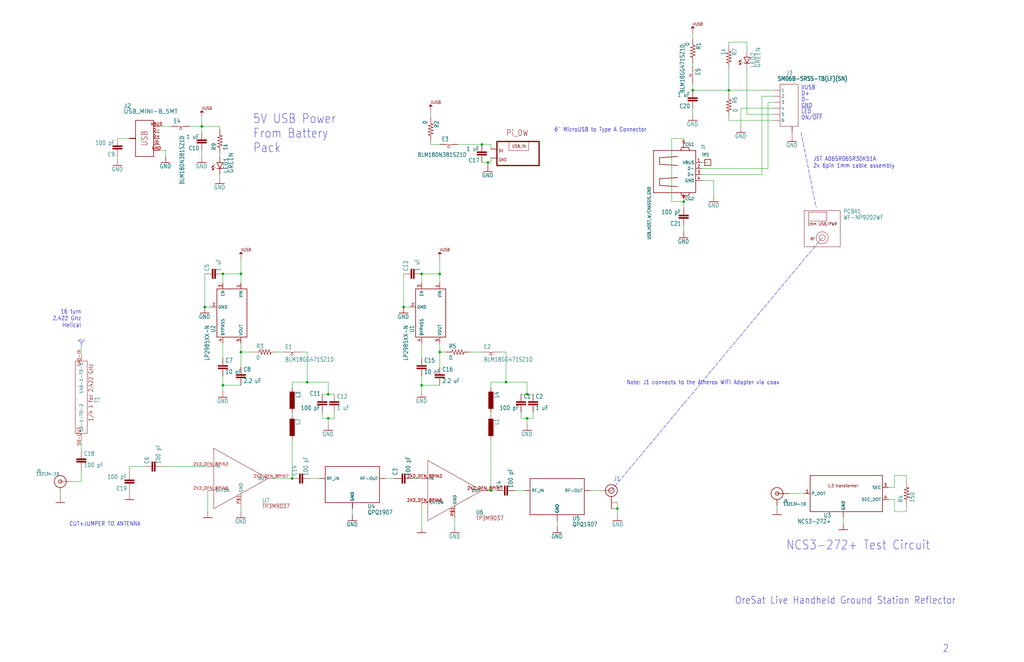
<source format=kicad_sch>
(kicad_sch (version 20211123) (generator eeschema)
  (paper "USLedger")
  (lib_symbols
    (symbol "HGS_Reflector-eagle-import:132134-10"
      (property "Reference" "J" (at 2.54 -3.81 0))
      (property "Value" "132134-10" (at 2.54 -5.08 0))
      (symbol "132134-10_1_0"
        (pin passive line (at 5.08 0 180) (length 5.08) (name "SIG") (number "CENTER"))
        (pin passive line (at 0 -5.08 90) (length 2.54) (name "GND") (number "SHIELD"))
      )
    )
    (symbol "HGS_Reflector-eagle-import:C-EU0402-C-NOSILK"
      (property "Reference" "C" (at 1.524 0.381 0))
      (property "Value" "C-EU0402-C-NOSILK" (at 1.524 -4.699 0))
      (symbol "C-EU0402-C-NOSILK_1_0"
        (pin passive line (at 0 2.54 270) (length 2.54) (name "1") (number "1"))
        (pin passive line (at 0 -5.08 90) (length 2.54) (name "2") (number "2"))
      )
    )
    (symbol "HGS_Reflector-eagle-import:C-EU0603-B-NOSILK"
      (property "Reference" "C" (at 1.524 0.381 0))
      (property "Value" "C-EU0603-B-NOSILK" (at 1.524 -4.699 0))
      (symbol "C-EU0603-B-NOSILK_1_0"
        (pin passive line (at 0 2.54 270) (length 2.54) (name "1") (number "1"))
        (pin passive line (at 0 -5.08 90) (length 2.54) (name "2") (number "2"))
      )
    )
    (symbol "HGS_Reflector-eagle-import:C-EU0603-C-NOSILK"
      (property "Reference" "C" (at 1.524 0.381 0))
      (property "Value" "C-EU0603-C-NOSILK" (at 1.524 -4.699 0))
      (symbol "C-EU0603-C-NOSILK_1_0"
        (pin passive line (at 0 2.54 270) (length 2.54) (name "1") (number "1"))
        (pin passive line (at 0 -5.08 90) (length 2.54) (name "2") (number "2"))
      )
    )
    (symbol "HGS_Reflector-eagle-import:GND" (power)
      (property "Value" "GND" (at -2.54 -2.54 0))
      (symbol "GND_1_0"
        (pin power_in line (at 0 2.54 270) (length 2.54) (name "GND") (number "1"))
      )
    )
    (symbol "HGS_Reflector-eagle-import:L-BEAD-0603-B"
      (property "Reference" "E" (at -4.318 1.27 0))
      (property "Value" "L-BEAD-0603-B" (at -4.318 -4.064 0))
      (symbol "L-BEAD-0603-B_1_0"
        (pin passive line (at -5.08 0 0) (length 2.54) (name "1") (number "1"))
        (pin passive line (at 2.54 0 180) (length 2.54) (name "2") (number "2"))
      )
    )
    (symbol "HGS_Reflector-eagle-import:L-EUL3216C"
      (property "Reference" "L" (at -1.4986 -3.81 90))
      (property "Value" "L-EUL3216C" (at 3.302 -3.81 90))
      (symbol "L-EUL3216C_1_0"
        (pin passive line (at 0 5.08 270) (length 2.54) (name "1") (number "1"))
        (pin passive line (at 0 -5.08 90) (length 2.54) (name "2") (number "2"))
      )
    )
    (symbol "HGS_Reflector-eagle-import:LED-GREEN0603"
      (property "Reference" "D" (at -3.429 -4.572 90))
      (property "Value" "LED-GREEN0603" (at 1.905 -4.572 90))
      (symbol "LED-GREEN0603_1_0"
        (pin passive line (at 0 2.54 270) (length 2.54) (name "A") (number "A"))
        (pin passive line (at 0 -5.08 90) (length 2.54) (name "C") (number "C"))
      )
    )
    (symbol "HGS_Reflector-eagle-import:LNA-TP3M9037"
      (symbol "LNA-TP3M9037_1_0"
        (text "TP3M9037" (at 11.43 -12.7 0) (effects (font (size 1.778 1.5113)) (justify left bottom)))
        (pin bidirectional line (at -11.43 5.08 0) (length 2.54) (name "IN") (number "2X2_DFN_8PIN2"))
        (pin power_in line (at -11.43 -5.08 0) (length 2.54) (name "SHTDN") (number "2X2_DFN_8PIN6"))
        (pin bidirectional line (at 16.51 0 180) (length 2.54) (name "OUT") (number "2X2_DFN_8PIN7"))
        (pin power_in line (at 2.54 -11.43 90) (length 5.08) (name "GND") (number "P$1"))
      )
    )
    (symbol "HGS_Reflector-eagle-import:LP2985XX-N"
      (property "Reference" "U" (at 5.08 -7.62 0))
      (property "Value" "LP2985XX-N" (at 5.08 -10.16 0))
      (symbol "LP2985XX-N_1_0"
        (pin power_in line (at -12.7 5.08 0) (length 2.54) (name "VIN") (number "1"))
        (pin power_in line (at -2.54 -7.62 90) (length 2.54) (name "GND") (number "2"))
        (pin input line (at -12.7 -2.54 0) (length 2.54) (name "EN") (number "3"))
        (pin power_in line (at 12.7 -2.54 180) (length 2.54) (name "BYPASS") (number "4"))
        (pin power_in line (at 12.7 5.08 180) (length 2.54) (name "VOUT") (number "5"))
      )
    )
    (symbol "HGS_Reflector-eagle-import:NCS3-272+"
      (property "Reference" "U" (at 5.08 -10.16 0))
      (property "Value" "NCS3-272+" (at 5.08 -12.7 0))
      (symbol "NCS3-272+_1_0"
        (text "1:3 transformer" (at -6.35 2.54 0) (effects (font (size 1.27 1.0795)) (justify left bottom)))
        (pin passive line (at 16.51 0 180) (length 2.54) (name "P_DOT") (number "1"))
        (pin power_in line (at 0 -10.16 90) (length 2.54) (name "GND") (number "2"))
        (pin passive line (at -19.05 2.54 0) (length 2.54) (name "SEC") (number "3"))
        (pin passive line (at -19.05 -2.54 0) (length 2.54) (name "SEC_DOT") (number "4"))
        (pin power_in line (at 0 -10.16 90) (length 2.54) (name "GND") (number "5"))
      )
    )
    (symbol "HGS_Reflector-eagle-import:QPQ1907"
      (property "Reference" "U" (at 6.35 -10.16 0))
      (property "Value" "QPQ1907" (at 6.35 -12.7 0))
      (symbol "QPQ1907_1_0"
        (pin power_in line (at 0 -10.16 90) (length 2.54) (name "GND") (number "GND"))
        (pin power_in line (at 0 -10.16 90) (length 2.54) (name "GND") (number "GND2"))
        (pin power_in line (at 0 -10.16 90) (length 2.54) (name "GND") (number "GND3"))
        (pin passive line (at -13.97 2.54 0) (length 2.54) (name "RF_IN") (number "INPUT"))
        (pin passive line (at 13.97 2.54 180) (length 2.54) (name "RF-OUT") (number "OUTPUT"))
      )
    )
    (symbol "HGS_Reflector-eagle-import:QWT2.4222"
      (property "Reference" "T" (at -2.54 -7.62 0))
      (symbol "QWT2.4222_1_0"
        (text "1/4 λ for 2.422 GHz" (at -10.16 -5.08 0) (effects (font (size 1.778 1.5113)) (justify left bottom)))
        (pin passive line (at 17.78 0 180) (length 2.54) (name "140-1-TO-3") (number "140-IN"))
        (pin passive line (at -17.78 0 0) (length 2.54) (name "50-1-TO-2") (number "50-OUT"))
      )
    )
    (symbol "HGS_Reflector-eagle-import:R-US_0402-C-NOSILK"
      (property "Reference" "R" (at -3.81 1.4986 0))
      (property "Value" "R-US_0402-C-NOSILK" (at -3.81 -3.302 0))
      (symbol "R-US_0402-C-NOSILK_1_0"
        (pin passive line (at -5.08 0 0) (length 2.54) (name "1") (number "1"))
        (pin passive line (at 5.08 0 180) (length 2.54) (name "2") (number "2"))
      )
    )
    (symbol "HGS_Reflector-eagle-import:R-US_0603-B-NOSILK"
      (property "Reference" "R" (at -3.81 1.4986 0))
      (property "Value" "R-US_0603-B-NOSILK" (at -3.81 -3.302 0))
      (symbol "R-US_0603-B-NOSILK_1_0"
        (pin passive line (at -5.08 0 0) (length 2.54) (name "1") (number "1"))
        (pin passive line (at 5.08 0 180) (length 2.54) (name "2") (number "2"))
      )
    )
    (symbol "HGS_Reflector-eagle-import:RASP_PI_0WPI_0W"
      (symbol "RASP_PI_0WPI_0W_1_0"
        (text "5V" (at -8.255 -1.905 0) (effects (font (size 1.27 1.0795)) (justify left bottom)))
        (text "GND" (at -8.255 1.905 0) (effects (font (size 1.27 1.0795)) (justify left bottom)))
        (text "Pi_0W" (at -5.08 -10.16 0) (effects (font (size 2.54 2.159)) (justify left bottom)))
        (text "USB_IN" (at -2.54 -3.81 0) (effects (font (size 1.27 1.0795)) (justify left bottom)))
        (pin bidirectional line (at -11.43 -1.905 0) (length 2.54) (name "5V") (number "5V"))
        (pin bidirectional line (at -11.43 1.905 0) (length 2.54) (name "GND") (number "GND"))
      )
    )
    (symbol "HGS_Reflector-eagle-import:SM06B-SRSS-TB(LF)(SN)"
      (property "Reference" "J" (at -5.08 10.16 0))
      (property "Value" "SM06B-SRSS-TB(LF)(SN)" (at -5.08 7.62 0))
      (symbol "SM06B-SRSS-TB(LF)(SN)_1_0"
        (pin passive line (at -7.62 5.08 0) (length 2.54) (name "1") (number "1"))
        (pin passive line (at -7.62 2.54 0) (length 2.54) (name "2") (number "2"))
        (pin passive line (at -7.62 0 0) (length 2.54) (name "3") (number "3"))
        (pin passive line (at -7.62 -2.54 0) (length 2.54) (name "4") (number "4"))
        (pin passive line (at -7.62 -5.08 0) (length 2.54) (name "5") (number "5"))
        (pin passive line (at -7.62 -7.62 0) (length 2.54) (name "6") (number "6"))
        (pin passive line (at 0 -12.7 90) (length 2.54) (name "7") (number "7"))
        (pin passive line (at 0 -12.7 90) (length 2.54) (name "7") (number "8"))
      )
    )
    (symbol "HGS_Reflector-eagle-import:TEST-POINT-LARGE-SQUARE"
      (property "Reference" "TP" (at -2.54 2.54 0))
      (symbol "TEST-POINT-LARGE-SQUARE_1_0"
        (pin passive line (at 0 0 0) (length 0) (name "1") (number "1"))
      )
    )
    (symbol "HGS_Reflector-eagle-import:U.FL"
      (property "Reference" "J" (at -3.81 4.064 0))
      (symbol "U.FL_1_0"
        (pin bidirectional line (at -2.54 -5.08 0) (length 2.54) (name "GND@0") (number "1"))
        (pin bidirectional line (at -2.54 -7.62 0) (length 2.54) (name "GND@1") (number "2"))
        (pin bidirectional line (at 5.08 0 180) (length 5.08) (name "SIGNAL") (number "FEED"))
      )
    )
    (symbol "HGS_Reflector-eagle-import:USB_HOST_W{slash}CHASSIS_GND"
      (property "Reference" "X" (at -12.7 12.7 0))
      (property "Value" "USB_HOST_W{slash}CHASSIS_GND" (at 5.08 -10.16 0))
      (symbol "USB_HOST_W{slash}CHASSIS_GND_1_0"
        (pin bidirectional line (at -5.08 12.7 270) (length 2.54) (name "VBUS") (number "1"))
        (pin bidirectional line (at -2.54 12.7 270) (length 2.54) (name "D-") (number "2"))
        (pin bidirectional line (at 0 12.7 270) (length 2.54) (name "D+") (number "3"))
        (pin bidirectional line (at 2.54 12.7 270) (length 2.54) (name "GND") (number "4"))
        (pin bidirectional line (at -12.7 5.08 90) (length 0) (name "CG1") (number "5"))
        (pin bidirectional line (at 10.16 5.08 90) (length 0) (name "CG2") (number "6"))
      )
    )
    (symbol "HGS_Reflector-eagle-import:USB_MINI-B_SMT"
      (property "Reference" "J" (at -2.54 7.62 0))
      (property "Value" "USB_MINI-B_SMT" (at -2.54 -7.874 0))
      (symbol "USB_MINI-B_SMT_1_0"
        (text "USB" (at 2.794 -3.302 900) (effects (font (size 2.54 2.159)) (justify left bottom)))
        (pin bidirectional line (at -5.08 0 0) (length 2.54) (name "D+") (number "D+"))
        (pin bidirectional line (at -5.08 2.54 0) (length 2.54) (name "D-") (number "D-"))
        (pin power_in line (at -5.08 -5.08 0) (length 2.54) (name "GND") (number "GND"))
        (pin bidirectional line (at -5.08 -2.54 0) (length 2.54) (name "ID") (number "ID"))
        (pin bidirectional line (at 7.62 0 180) (length 2.54) (name "SHIELD") (number "S1"))
        (pin bidirectional line (at 7.62 0 180) (length 2.54) (name "SHIELD") (number "S2"))
        (pin bidirectional line (at 7.62 0 180) (length 2.54) (name "SHIELD") (number "S3"))
        (pin bidirectional line (at 7.62 0 180) (length 2.54) (name "SHIELD") (number "S4"))
        (pin power_in line (at -5.08 5.08 0) (length 2.54) (name "VBUS") (number "VBUS"))
      )
    )
    (symbol "HGS_Reflector-eagle-import:VUSB" (power)
      (symbol "VUSB_1_0"
        (text "VUSB" (at 0 3.048 0) (effects (font (size 1.27 1.0795)) (justify left bottom)))
        (pin power_in line (at 0 0 90) (length 2.54) (name "VUSB") (number "1"))
      )
    )
    (symbol "HGS_Reflector-eagle-import:WF-NP9202WF"
      (property "Reference" "PCBA" (at -2.54 -10.16 0))
      (property "Value" "WF-NP9202WF" (at -2.54 -12.7 0))
      (symbol "WF-NP9202WF_1_0"
        (text "1mm USB/PWR" (at -6.35 1.27 0) (effects (font (size 1.27 1.0795)) (justify left bottom)))
        (text "RF" (at -5.08 -5.08 0) (effects (font (size 1.27 1.0795)) (justify left bottom)))
      )
    )
  )
  (junction (at 177.8 162.56))
  (junction (at 292.1 38.1))
  (junction (at 222.25 176.53))
  (junction (at 93.98 162.56))
  (junction (at 260.35 214.63))
  (junction (at 170.18 129.54))
  (junction (at 185.42 148.59))
  (junction (at 129.54 161.29))
  (junction (at 101.6 115.57))
  (junction (at 203.2 60.96))
  (junction (at 86.36 129.54))
  (junction (at 138.43 176.53))
  (junction (at 93.98 115.57))
  (junction (at 222.25 166.37))
  (junction (at 307.34 38.1))
  (junction (at 213.36 161.29))
  (junction (at 288.29 85.09))
  (junction (at 85.09 53.34))
  (junction (at 205.74 68.58))
  (junction (at 185.42 115.57))
  (junction (at 177.8 115.57))
  (junction (at 101.6 148.59))
  (junction (at 138.43 166.37))
  (junction (at 207.01 207.01))
  (junction (at 123.19 201.93))
  (polyline (pts (xy 34.29 146.05) (xy 34.29 144.78)))
  (wire (pts (xy 68.58 196.85) (xy 87.63 196.85)))
  (wire (pts (xy 260.35 217.17) (xy 260.35 214.63)))
  (wire (pts (xy 177.8 165.1) (xy 177.8 162.56)))
  (wire (pts (xy 307.34 19.05) (xy 307.34 17.78)))
  (wire (pts (xy 292.1 27.94) (xy 292.1 26.67)))
  (wire (pts (xy 166.37 201.93) (xy 162.56 201.93)))
  (wire (pts (xy 234.95 219.71) (xy 234.95 222.25)))
  (wire (pts (xy 177.8 151.13) (xy 177.8 144.78)))
  (wire (pts (xy 207.01 161.29) (xy 213.36 161.29)))
  (wire (pts (xy 288.29 58.42) (xy 283.21 58.42)))
  (wire (pts (xy 67.31 53.34) (xy 72.39 53.34)))
  (wire (pts (xy 140.97 176.53) (xy 138.43 176.53)))
  (wire (pts (xy 222.25 166.37) (xy 222.25 161.29)))
  (wire (pts (xy 101.6 215.9) (xy 101.6 213.36)))
  (wire (pts (xy 213.36 148.59) (xy 213.36 161.29)))
  (wire (pts (xy 198.12 148.59) (xy 203.2 148.59)))
  (wire (pts (xy 323.85 71.12) (xy 323.85 43.18)))
  (polyline (pts (xy 34.29 144.78) (xy 33.02 143.51)))
  (wire (pts (xy 177.8 162.56) (xy 185.42 162.56)))
  (wire (pts (xy 185.42 60.96) (xy 181.61 60.96)))
  (wire (pts (xy 123.19 163.83) (xy 123.19 161.29)))
  (wire (pts (xy 295.91 71.12) (xy 323.85 71.12)))
  (wire (pts (xy 34.29 203.2) (xy 34.29 198.12)))
  (wire (pts (xy 177.8 162.56) (xy 177.8 158.75)))
  (wire (pts (xy 288.29 87.63) (xy 288.29 85.09)))
  (wire (pts (xy 148.59 214.63) (xy 148.59 217.17)))
  (wire (pts (xy 207.01 173.99) (xy 207.01 175.26)))
  (wire (pts (xy 115.57 201.93) (xy 123.19 201.93)))
  (wire (pts (xy 170.18 129.54) (xy 172.72 129.54)))
  (wire (pts (xy 307.34 17.78) (xy 314.96 17.78)))
  (wire (pts (xy 327.66 214.63) (xy 327.66 213.36)))
  (wire (pts (xy 288.29 85.09) (xy 288.29 83.82)))
  (wire (pts (xy 129.54 161.29) (xy 129.54 148.59)))
  (wire (pts (xy 138.43 166.37) (xy 140.97 166.37)))
  (wire (pts (xy 87.63 207.01) (xy 87.63 215.9)))
  (wire (pts (xy 377.19 200.66) (xy 382.27 200.66)))
  (wire (pts (xy 34.29 149.86) (xy 34.29 146.05)))
  (wire (pts (xy 54.61 196.85) (xy 54.61 199.39)))
  (wire (pts (xy 123.19 173.99) (xy 123.19 175.26)))
  (wire (pts (xy 177.8 115.57) (xy 185.42 115.57)))
  (wire (pts (xy 334.01 57.15) (xy 334.01 55.88)))
  (wire (pts (xy 382.27 215.9) (xy 382.27 213.36)))
  (wire (pts (xy 288.29 95.25) (xy 288.29 97.79)))
  (wire (pts (xy 288.29 60.96) (xy 288.29 58.42)))
  (wire (pts (xy 374.65 210.82) (xy 377.19 210.82)))
  (polyline (pts (xy 33.02 143.51) (xy 35.56 143.51)))
  (wire (pts (xy 222.25 166.37) (xy 224.79 166.37)))
  (wire (pts (xy 86.36 129.54) (xy 88.9 129.54)))
  (wire (pts (xy 332.74 208.28) (xy 339.09 208.28)))
  (wire (pts (xy 205.74 69.85) (xy 205.74 68.58)))
  (wire (pts (xy 86.36 115.57) (xy 86.36 129.54)))
  (wire (pts (xy 321.31 40.64) (xy 321.31 73.66)))
  (wire (pts (xy 300.99 76.2) (xy 300.99 82.55)))
  (wire (pts (xy 170.18 115.57) (xy 170.18 129.54)))
  (wire (pts (xy 217.17 207.01) (xy 220.98 207.01)))
  (wire (pts (xy 207.01 66.675) (xy 207.01 68.58)))
  (wire (pts (xy 222.25 179.07) (xy 222.25 176.53)))
  (wire (pts (xy 321.31 73.66) (xy 295.91 73.66)))
  (wire (pts (xy 260.35 214.63) (xy 260.35 212.09)))
  (wire (pts (xy 326.39 48.26) (xy 314.96 48.26)))
  (wire (pts (xy 222.25 161.29) (xy 213.36 161.29)))
  (wire (pts (xy 219.71 176.53) (xy 219.71 173.99)))
  (wire (pts (xy 209.55 207.01) (xy 207.01 207.01)))
  (wire (pts (xy 30.48 203.2) (xy 34.29 203.2)))
  (wire (pts (xy 185.42 148.59) (xy 187.96 148.59)))
  (wire (pts (xy 127 148.59) (xy 129.54 148.59)))
  (wire (pts (xy 207.01 68.58) (xy 205.74 68.58)))
  (wire (pts (xy 92.71 73.66) (xy 92.71 74.93)))
  (wire (pts (xy 135.89 166.37) (xy 138.43 166.37)))
  (wire (pts (xy 25.4 209.55) (xy 25.4 208.28)))
  (wire (pts (xy 140.97 173.99) (xy 140.97 176.53)))
  (wire (pts (xy 283.21 85.09) (xy 288.29 85.09)))
  (wire (pts (xy 292.1 48.26) (xy 292.1 45.72)))
  (wire (pts (xy 323.85 43.18) (xy 326.39 43.18)))
  (wire (pts (xy 85.09 53.34) (xy 85.09 55.88)))
  (wire (pts (xy 298.45 68.58) (xy 295.91 68.58)))
  (wire (pts (xy 135.89 176.53) (xy 138.43 176.53)))
  (wire (pts (xy 101.6 115.57) (xy 101.6 109.22)))
  (wire (pts (xy 135.89 176.53) (xy 135.89 173.99)))
  (wire (pts (xy 92.71 53.34) (xy 92.71 54.61)))
  (wire (pts (xy 134.62 201.93) (xy 130.81 201.93)))
  (wire (pts (xy 138.43 161.29) (xy 138.43 166.37)))
  (wire (pts (xy 205.74 207.01) (xy 207.01 207.01)))
  (wire (pts (xy 314.96 48.26) (xy 314.96 29.21)))
  (wire (pts (xy 252.73 207.01) (xy 248.92 207.01)))
  (wire (pts (xy 292.1 38.1) (xy 307.34 38.1)))
  (wire (pts (xy 129.54 161.29) (xy 138.43 161.29)))
  (wire (pts (xy 54.61 208.28) (xy 54.61 207.01)))
  (wire (pts (xy 219.71 166.37) (xy 222.25 166.37)))
  (polyline (pts (xy 257.81 207.01) (xy 346.71 100.33)))
  (wire (pts (xy 382.27 200.66) (xy 382.27 203.2)))
  (wire (pts (xy 307.34 39.37) (xy 307.34 38.1)))
  (wire (pts (xy 307.34 29.21) (xy 307.34 38.1)))
  (wire (pts (xy 292.1 38.1) (xy 292.1 35.56)))
  (wire (pts (xy 185.42 148.59) (xy 185.42 144.78)))
  (wire (pts (xy 123.19 201.93) (xy 123.19 185.42)))
  (polyline (pts (xy 337.82 55.88) (xy 344.17 87.63)))
  (wire (pts (xy 93.98 162.56) (xy 93.98 158.75)))
  (wire (pts (xy 219.71 176.53) (xy 222.25 176.53)))
  (wire (pts (xy 123.19 161.29) (xy 129.54 161.29)))
  (wire (pts (xy 101.6 148.59) (xy 101.6 144.78)))
  (polyline (pts (xy 35.56 143.51) (xy 34.29 144.78)))
  (wire (pts (xy 205.74 68.58) (xy 203.2 68.58)))
  (wire (pts (xy 314.96 17.78) (xy 314.96 21.59)))
  (wire (pts (xy 185.42 115.57) (xy 185.42 109.22)))
  (wire (pts (xy 116.84 148.59) (xy 119.38 148.59)))
  (wire (pts (xy 85.09 53.34) (xy 85.09 49.53)))
  (wire (pts (xy 210.82 148.59) (xy 213.36 148.59)))
  (wire (pts (xy 69.85 63.5) (xy 69.85 66.04)))
  (wire (pts (xy 173.99 201.93) (xy 177.8 201.93)))
  (wire (pts (xy 185.42 119.38) (xy 185.42 115.57)))
  (wire (pts (xy 177.8 212.09) (xy 177.8 222.25)))
  (wire (pts (xy 60.96 196.85) (xy 54.61 196.85)))
  (wire (pts (xy 93.98 165.1) (xy 93.98 162.56)))
  (wire (pts (xy 93.98 119.38) (xy 93.98 115.57)))
  (wire (pts (xy 93.98 162.56) (xy 101.6 162.56)))
  (wire (pts (xy 283.21 58.42) (xy 283.21 85.09)))
  (wire (pts (xy 224.79 176.53) (xy 222.25 176.53)))
  (wire (pts (xy 101.6 148.59) (xy 106.68 148.59)))
  (wire (pts (xy 355.6 220.98) (xy 355.6 218.44)))
  (wire (pts (xy 181.61 60.96) (xy 181.61 59.69)))
  (wire (pts (xy 292.1 13.97) (xy 292.1 16.51)))
  (wire (pts (xy 85.09 63.5) (xy 85.09 66.04)))
  (wire (pts (xy 207.01 207.01) (xy 207.01 185.42)))
  (wire (pts (xy 326.39 40.64) (xy 321.31 40.64)))
  (wire (pts (xy 295.91 76.2) (xy 300.99 76.2)))
  (wire (pts (xy 377.19 210.82) (xy 377.19 215.9)))
  (wire (pts (xy 203.2 60.96) (xy 207.01 60.96)))
  (wire (pts (xy 374.65 205.74) (xy 377.19 205.74)))
  (wire (pts (xy 92.71 64.77) (xy 92.71 66.04)))
  (wire (pts (xy 34.29 185.42) (xy 34.29 190.5)))
  (wire (pts (xy 101.6 119.38) (xy 101.6 115.57)))
  (wire (pts (xy 307.34 50.8) (xy 326.39 50.8)))
  (wire (pts (xy 85.09 53.34) (xy 92.71 53.34)))
  (wire (pts (xy 377.19 205.74) (xy 377.19 200.66)))
  (wire (pts (xy 191.77 222.25) (xy 191.77 218.44)))
  (wire (pts (xy 377.19 215.9) (xy 382.27 215.9)))
  (wire (pts (xy 207.01 60.96) (xy 207.01 62.865)))
  (wire (pts (xy 185.42 148.59) (xy 185.42 154.94)))
  (wire (pts (xy 181.61 46.99) (xy 181.61 49.53)))
  (wire (pts (xy 93.98 151.13) (xy 93.98 144.78)))
  (wire (pts (xy 80.01 53.34) (xy 85.09 53.34)))
  (wire (pts (xy 67.31 63.5) (xy 69.85 63.5)))
  (wire (pts (xy 207.01 163.83) (xy 207.01 161.29)))
  (wire (pts (xy 49.53 67.31) (xy 49.53 66.04)))
  (wire (pts (xy 177.8 119.38) (xy 177.8 115.57)))
  (wire (pts (xy 326.39 45.72) (xy 312.42 45.72)))
  (wire (pts (xy 307.34 38.1) (xy 326.39 38.1)))
  (wire (pts (xy 307.34 49.53) (xy 307.34 50.8)))
  (wire (pts (xy 101.6 148.59) (xy 101.6 154.94)))
  (wire (pts (xy 138.43 179.07) (xy 138.43 176.53)))
  (wire (pts (xy 93.98 115.57) (xy 101.6 115.57)))
  (wire (pts (xy 224.79 173.99) (xy 224.79 176.53)))
  (wire (pts (xy 49.53 58.42) (xy 54.61 58.42)))
  (wire (pts (xy 312.42 45.72) (xy 312.42 53.34)))
  (wire (pts (xy 203.2 60.96) (xy 193.04 60.96)))
  (text "JST A06SR06SR30K51A\n2x 6pin 1mm cable assembly" (at 342.9 71.12 180) (effects (font (size 1.778 1.5113)) (justify left bottom)))
  (text "CUT+JUMPER TO ANTENNA" (at 29.21 222.25 180) (effects (font (size 1.778 1.5113)) (justify left bottom)))
  (text "6\" MicroUSB to Type A Connector" (at 233.68 55.88 180) (effects (font (size 1.778 1.5113)) (justify left bottom)))
  (text "2" (at 397.51 275.59 180) (effects (font (size 3.048 2.5908)) (justify left bottom)))
  (text "ON/~{OFF}" (at 337.82 50.8 180) (effects (font (size 1.778 1.5113)) (justify left bottom)))
  (text "Note: J1 connects to the Atheros WiFi Adapter via coax" (at 264.16 162.56 0) (effects (font (size 1.778 1.5113)) (justify left bottom)))
  (text "5V USB Power\nFrom Battery\nPack" (at 106.68 64.77 180) (effects (font (size 3.81 3.2385)) (justify left bottom)))
  (text "D-" (at 337.82 43.18 180) (effects (font (size 1.778 1.5113)) (justify left bottom)))
  (text "OreSat Live Handheld Ground Station Reflector" (at 309.88 255.27 180) (effects (font (size 3.048 2.5908)) (justify left bottom)))
  (text "VUSB" (at 337.82 38.1 180) (effects (font (size 1.778 1.5113)) (justify left bottom)))
  (text "NCS3-272+ Test Circuit" (at 331.47 232.41 180) (effects (font (size 3.81 3.2385)) (justify left bottom)))
  (text "16 turn\n2.422 GHz\nHelical" (at 34.29 138.43 180) (effects (font (size 1.778 1.5113)) (justify right bottom)))
  (text "~{LED}" (at 337.82 48.26 180) (effects (font (size 1.778 1.5113)) (justify left bottom)))
  (text "D+" (at 337.82 40.64 180) (effects (font (size 1.778 1.5113)) (justify left bottom)))
  (text "GND" (at 337.82 45.72 180) (effects (font (size 1.778 1.5113)) (justify left bottom)))
  (symbol (lib_id "HGS_Reflector-eagle-import:R-US_0603-B-NOSILK") (at 111.76 148.59 0) (unit 1)
    (property "Reference" "R3" (at 107.95 147.0914 0) (effects (font (size 1.778 1.5113)) (justify left bottom)))
    (property "Value" "0" (at 107.95 151.892 0) (effects (font (size 1.778 1.5113)) (justify left bottom)))
    (property "Footprint" ".0603-B-NOSILK" (effects hide))
  )
  (symbol (lib_id "HGS_Reflector-eagle-import:GND") (at 54.61 210.82 0) (unit 1)
    (property "Reference" "#GND022" (effects hide))
    (property "Value" "GND" (at 52.07 213.36 0) (effects (font (size 1.778 1.5113)) (justify left bottom)))
    (property "Value" "GND" (effects hide))
  )
  (symbol (lib_id "HGS_Reflector-eagle-import:GND") (at 25.4 212.09 0) (unit 1)
    (property "Reference" "#GND010" (effects hide))
    (property "Value" "GND" (at 22.86 214.63 0) (effects (font (size 1.778 1.5113)) (justify left bottom)))
    (property "Value" "GND" (effects hide))
  )
  (symbol (lib_id "HGS_Reflector-eagle-import:C-EU0603-C-NOSILK") (at 135.89 168.91 0) (unit 1)
    (property "Reference" "C11" (at 130.556 167.005 0) (effects (font (size 1.778 1.5113)) (justify left bottom)))
    (property "Value" "100 pF" (at 126.746 173.101 0) (effects (font (size 1.778 1.5113)) (justify left bottom)))
    (property "Footprint" ".0603-C-NOSILK" (effects hide))
  )
  (symbol (lib_id "HGS_Reflector-eagle-import:R-US_0603-B-NOSILK") (at 92.71 59.69 90) (unit 1)
    (property "Reference" "R9" (at 91.2114 63.5 0) (effects (font (size 1.778 1.5113)) (justify left bottom)))
    (property "Value" "1k" (at 96.012 63.5 0) (effects (font (size 1.778 1.5113)) (justify left bottom)))
    (property "Footprint" ".0603-B-NOSILK" (effects hide))
  )
  (symbol (lib_id "HGS_Reflector-eagle-import:L-EUL3216C") (at 123.19 168.91 180) (unit 1)
    (property "Reference" "L3" (at 124.6886 165.1 90) (effects (font (size 1.778 1.5113)) (justify left bottom)))
    (property "Value" "8n" (at 119.888 165.1 90) (effects (font (size 1.778 1.5113)) (justify left bottom)))
    (property "Footprint" "L3216C" (effects hide))
    (property "Value" "8n" (effects hide))
  )
  (symbol (lib_id "HGS_Reflector-eagle-import:C-EU0402-C-NOSILK") (at 54.61 204.47 180) (unit 1)
    (property "Reference" "C19" (at 53.594 205.105 0) (effects (font (size 1.778 1.5113)) (justify left bottom)))
    (property "Value" "100 pF" (at 53.594 200.279 0) (effects (font (size 1.778 1.5113)) (justify left bottom)))
    (property "Footprint" ".0402-C-NOSILK" (effects hide))
  )
  (symbol (lib_id "HGS_Reflector-eagle-import:L-BEAD-0603-B") (at 292.1 33.02 270) (unit 1)
    (property "Reference" "E5" (at 293.37 28.702 0) (effects (font (size 1.778 1.5113)) (justify left bottom)))
    (property "Value" "BLM18GG471SZ1D" (at 286.766 18.542 0) (effects (font (size 1.778 1.5113)) (justify left bottom)))
    (property "Footprint" ".0603-B" (effects hide))
  )
  (symbol (lib_id "HGS_Reflector-eagle-import:LP2985XX-N") (at 180.34 132.08 270) (unit 1)
    (property "Reference" "U1" (at 172.72 137.16 0) (effects (font (size 1.778 1.5113)) (justify left bottom)))
    (property "Value" "LP2985XX-N" (at 170.18 137.16 0) (effects (font (size 1.778 1.5113)) (justify left bottom)))
    (property "Footprint" "SOT-23" (effects hide))
  )
  (symbol (lib_id "HGS_Reflector-eagle-import:QWT2.4222") (at 34.29 167.64 90) (unit 1)
    (property "Reference" "T1" (at 41.91 170.18 0) (effects (font (size 1.778 1.5113)) (justify left bottom)))
    (property "Value" "QWT2.4222" (effects hide))
    (property "Footprint" "QWT_2.422G-V2" (effects hide))
  )
  (symbol (lib_id "HGS_Reflector-eagle-import:GND") (at 49.53 69.85 0) (unit 1)
    (property "Reference" "#GND012" (effects hide))
    (property "Value" "GND" (at 46.99 72.39 0) (effects (font (size 1.778 1.5113)) (justify left bottom)))
  )
  (symbol (lib_id "HGS_Reflector-eagle-import:GND") (at 222.25 181.61 0) (unit 1)
    (property "Reference" "#GND07" (effects hide))
    (property "Value" "GND" (at 219.71 184.15 0) (effects (font (size 1.778 1.5113)) (justify left bottom)))
  )
  (symbol (lib_id "HGS_Reflector-eagle-import:R-US_0603-B-NOSILK") (at 307.34 24.13 270) (unit 1)
    (property "Reference" "R7" (at 308.8386 20.32 0) (effects (font (size 1.778 1.5113)) (justify left bottom)))
    (property "Value" "1k" (at 304.038 20.32 0) (effects (font (size 1.778 1.5113)) (justify left bottom)))
    (property "Footprint" ".0603-B-NOSILK" (effects hide))
  )
  (symbol (lib_id "HGS_Reflector-eagle-import:VUSB") (at 181.61 46.99 0) (unit 1)
    (property "Reference" "#V03" (effects hide))
    (property "Value" "VUSB" (effects hide))
  )
  (symbol (lib_id "HGS_Reflector-eagle-import:QPQ1907") (at 234.95 209.55 0) (unit 1)
    (property "Reference" "U5" (at 241.3 219.71 0) (effects (font (size 1.778 1.5113)) (justify left bottom)))
    (property "Value" "QPQ1907" (at 241.3 222.25 0) (effects (font (size 1.778 1.5113)) (justify left bottom)))
    (property "Footprint" "QPQ1907" (effects hide))
  )
  (symbol (lib_id "HGS_Reflector-eagle-import:132134-10") (at 327.66 208.28 0) (unit 1)
    (property "Reference" "J6" (at 330.2 212.09 0) (effects (font (size 1.2708 1.0801)) (justify left bottom)))
    (property "Value" "132134-10" (at 330.2 213.36 0) (effects (font (size 1.2703 1.0797)) (justify left bottom)))
    (property "Footprint" "132134-10" (effects hide))
  )
  (symbol (lib_id "HGS_Reflector-eagle-import:GND") (at 327.66 217.17 0) (unit 1)
    (property "Reference" "#GND020" (effects hide))
    (property "Value" "GND" (at 325.12 219.71 0) (effects (font (size 1.778 1.5113)) (justify left bottom)))
    (property "Value" "GND" (effects hide))
  )
  (symbol (lib_id "HGS_Reflector-eagle-import:C-EU0603-B-NOSILK") (at 172.72 115.57 90) (unit 1)
    (property "Reference" "C13" (at 172.085 114.554 0) (effects (font (size 1.778 1.5113)) (justify left bottom)))
    (property "Value" "1 uF" (at 176.911 114.554 0) (effects (font (size 1.778 1.5113)) (justify left bottom)))
    (property "Footprint" ".0603-B-NOSILK" (effects hide))
  )
  (symbol (lib_id "HGS_Reflector-eagle-import:RASP_PI_0WPI_0W") (at 218.44 64.77 0) (mirror x) (unit 1)
    (property "Reference" "PCBA2" (effects hide))
    (property "Value" "RASP_PI_0WPI_0W" (effects hide))
    (property "Footprint" "RASP_PI_0W" (effects hide))
  )
  (symbol (lib_id "HGS_Reflector-eagle-import:GND") (at 69.85 68.58 0) (unit 1)
    (property "Reference" "#GND014" (effects hide))
    (property "Value" "GND" (at 67.31 71.12 0) (effects (font (size 1.778 1.5113)) (justify left bottom)))
  )
  (symbol (lib_id "HGS_Reflector-eagle-import:GND") (at 334.01 59.69 0) (unit 1)
    (property "Reference" "#GND024" (effects hide))
    (property "Value" "GND" (at 331.47 62.23 0) (effects (font (size 1.778 1.5113)) (justify left bottom)))
  )
  (symbol (lib_id "HGS_Reflector-eagle-import:GND") (at 260.35 219.71 0) (mirror y) (unit 1)
    (property "Reference" "#GND02" (effects hide))
    (property "Value" "GND" (at 262.89 222.25 0) (effects (font (size 1.778 1.5113)) (justify left bottom)))
  )
  (symbol (lib_id "HGS_Reflector-eagle-import:GND") (at 86.36 132.08 0) (unit 1)
    (property "Reference" "#GND05" (effects hide))
    (property "Value" "GND" (at 83.82 134.62 0) (effects (font (size 1.778 1.5113)) (justify left bottom)))
  )
  (symbol (lib_id "HGS_Reflector-eagle-import:GND") (at 92.71 77.47 0) (unit 1)
    (property "Reference" "#GND06" (effects hide))
    (property "Value" "GND" (at 90.17 80.01 0) (effects (font (size 1.778 1.5113)) (justify left bottom)))
  )
  (symbol (lib_id "HGS_Reflector-eagle-import:VUSB") (at 101.6 109.22 0) (unit 1)
    (property "Reference" "#V02" (effects hide))
    (property "Value" "VUSB" (effects hide))
  )
  (symbol (lib_id "HGS_Reflector-eagle-import:GND") (at 312.42 55.88 0) (unit 1)
    (property "Reference" "#GND025" (effects hide))
    (property "Value" "GND" (at 309.88 58.42 0) (effects (font (size 1.778 1.5113)) (justify left bottom)))
  )
  (symbol (lib_id "HGS_Reflector-eagle-import:C-EU0603-C-NOSILK") (at 140.97 168.91 0) (unit 1)
    (property "Reference" "C12" (at 141.986 168.275 0) (effects (font (size 1.778 1.5113)) (justify left bottom)))
    (property "Value" "1 uF" (at 141.986 173.101 0) (effects (font (size 1.778 1.5113)) (justify left bottom)))
    (property "Footprint" ".0603-C-NOSILK" (effects hide))
  )
  (symbol (lib_id "HGS_Reflector-eagle-import:C-EU0402-C-NOSILK") (at 212.09 207.01 90) (unit 1)
    (property "Reference" "C4" (at 211.455 205.994 0) (effects (font (size 1.778 1.5113)) (justify left bottom)))
    (property "Value" "100 pF" (at 216.281 205.994 0) (effects (font (size 1.778 1.5113)) (justify left bottom)))
    (property "Footprint" ".0402-C-NOSILK" (effects hide))
  )
  (symbol (lib_id "HGS_Reflector-eagle-import:VUSB") (at 85.09 49.53 0) (unit 1)
    (property "Reference" "#V01" (effects hide))
    (property "Value" "VUSB" (effects hide))
  )
  (symbol (lib_id "HGS_Reflector-eagle-import:GND") (at 205.74 72.39 0) (unit 1)
    (property "Reference" "#GND019" (effects hide))
    (property "Value" "GND" (at 203.2 74.93 0) (effects (font (size 1.778 1.5113)) (justify left bottom)))
  )
  (symbol (lib_id "HGS_Reflector-eagle-import:C-EU0402-C-NOSILK") (at 125.73 201.93 90) (unit 1)
    (property "Reference" "C14" (at 125.095 200.914 0) (effects (font (size 1.778 1.5113)) (justify left bottom)))
    (property "Value" "100 pF" (at 129.921 200.914 0) (effects (font (size 1.778 1.5113)) (justify left bottom)))
    (property "Footprint" ".0402-C-NOSILK" (effects hide))
  )
  (symbol (lib_id "HGS_Reflector-eagle-import:C-EU0603-C-NOSILK") (at 288.29 92.71 180) (unit 1)
    (property "Reference" "C21" (at 287.274 93.345 0) (effects (font (size 1.778 1.5113)) (justify left bottom)))
    (property "Value" "100 pF" (at 287.274 88.519 0) (effects (font (size 1.778 1.5113)) (justify left bottom)))
    (property "Footprint" ".0603-C-NOSILK" (effects hide))
  )
  (symbol (lib_id "HGS_Reflector-eagle-import:USB_HOST_W{slash}CHASSIS_GND") (at 283.21 73.66 270) (unit 1)
    (property "Reference" "J7" (at 295.91 60.96 0) (effects (font (size 1.27 1.0795)) (justify left bottom)))
    (property "Value" "USB_HOST_W{slash}CHASSIS_GND" (at 273.05 78.74 0) (effects (font (size 1.27 1.0795)) (justify left bottom)))
    (property "Footprint" "GHI2_USB_HOST_HORIZONTAL_W_CHASSIS_GND" (effects hide))
  )
  (symbol (lib_id "HGS_Reflector-eagle-import:GND") (at 191.77 224.79 0) (unit 1)
    (property "Reference" "#GND03" (effects hide))
    (property "Value" "GND" (at 189.23 227.33 0) (effects (font (size 1.778 1.5113)) (justify left bottom)))
  )
  (symbol (lib_id "HGS_Reflector-eagle-import:GND") (at 87.63 218.44 0) (unit 1)
    (property "Reference" "#GND015" (effects hide))
    (property "Value" "GND" (at 85.09 220.98 0) (effects (font (size 1.778 1.5113)) (justify left bottom)))
    (property "Value" "GND" (effects hide))
  )
  (symbol (lib_id "HGS_Reflector-eagle-import:QPQ1907") (at 148.59 204.47 0) (unit 1)
    (property "Reference" "U4" (at 154.94 214.63 0) (effects (font (size 1.778 1.5113)) (justify left bottom)))
    (property "Value" "QPQ1907" (at 154.94 217.17 0) (effects (font (size 1.778 1.5113)) (justify left bottom)))
    (property "Footprint" "QPQ1907" (effects hide))
  )
  (symbol (lib_id "HGS_Reflector-eagle-import:TEST-POINT-LARGE-SQUARE") (at 298.45 68.58 0) (unit 1)
    (property "Reference" "TP2" (at 295.91 66.04 0) (effects (font (size 1.27 1.0795)) (justify left bottom)))
    (property "Value" "TEST-POINT-LARGE-SQUARE" (effects hide))
    (property "Footprint" "1X01" (effects hide))
  )
  (symbol (lib_id "HGS_Reflector-eagle-import:C-EU0402-C-NOSILK") (at 168.91 201.93 90) (unit 1)
    (property "Reference" "C3" (at 167.64 200.66 0) (effects (font (size 1.778 1.5113)) (justify left bottom)))
    (property "Value" "100 pF" (at 173.101 200.914 0) (effects (font (size 1.778 1.5113)) (justify left bottom)))
    (property "Footprint" ".0402-C-NOSILK" (effects hide))
  )
  (symbol (lib_id "HGS_Reflector-eagle-import:C-EU0603-B-NOSILK") (at 101.6 157.48 0) (unit 1)
    (property "Reference" "C8" (at 102.616 156.845 0) (effects (font (size 1.778 1.5113)) (justify left bottom)))
    (property "Value" "2.2 uF" (at 102.616 161.671 0) (effects (font (size 1.778 1.5113)) (justify left bottom)))
    (property "Footprint" ".0603-B-NOSILK" (effects hide))
  )
  (symbol (lib_id "HGS_Reflector-eagle-import:C-EU0603-C-NOSILK") (at 49.53 63.5 180) (unit 1)
    (property "Reference" "C9" (at 48.514 64.135 0) (effects (font (size 1.778 1.5113)) (justify left bottom)))
    (property "Value" "100 pF" (at 48.514 59.309 0) (effects (font (size 1.778 1.5113)) (justify left bottom)))
    (property "Footprint" ".0603-C-NOSILK" (effects hide))
  )
  (symbol (lib_id "HGS_Reflector-eagle-import:LNA-TP3M9037") (at 189.23 207.01 0) (unit 1)
    (property "Reference" "U6" (at 200.66 217.17 0) (effects (font (size 1.778 1.5113)) (justify left bottom)))
    (property "Value" "LNA-TP3M9037" (effects hide))
    (property "Footprint" "TP3M9037" (effects hide))
  )
  (symbol (lib_id "HGS_Reflector-eagle-import:GND") (at 288.29 100.33 0) (unit 1)
    (property "Reference" "#GND027" (effects hide))
    (property "Value" "GND" (at 285.75 102.87 0) (effects (font (size 1.778 1.5113)) (justify left bottom)))
  )
  (symbol (lib_id "HGS_Reflector-eagle-import:R-US_0603-B-NOSILK") (at 193.04 148.59 0) (unit 1)
    (property "Reference" "R5" (at 189.23 147.0914 0) (effects (font (size 1.778 1.5113)) (justify left bottom)))
    (property "Value" "0" (at 189.23 151.892 0) (effects (font (size 1.778 1.5113)) (justify left bottom)))
    (property "Footprint" ".0603-B-NOSILK" (effects hide))
  )
  (symbol (lib_id "HGS_Reflector-eagle-import:VUSB") (at 185.42 109.22 0) (unit 1)
    (property "Reference" "#V05" (effects hide))
    (property "Value" "VUSB" (effects hide))
  )
  (symbol (lib_id "HGS_Reflector-eagle-import:GND") (at 234.95 224.79 0) (unit 1)
    (property "Reference" "#GND04" (effects hide))
    (property "Value" "GND" (at 232.41 227.33 0) (effects (font (size 1.778 1.5113)) (justify left bottom)))
  )
  (symbol (lib_id "HGS_Reflector-eagle-import:GND") (at 170.18 132.08 0) (unit 1)
    (property "Reference" "#GND017" (effects hide))
    (property "Value" "GND" (at 167.64 134.62 0) (effects (font (size 1.778 1.5113)) (justify left bottom)))
  )
  (symbol (lib_id "HGS_Reflector-eagle-import:R-US_0402-C-NOSILK") (at 382.27 208.28 90) (unit 1)
    (property "Reference" "R4" (at 380.7714 212.09 0) (effects (font (size 1.778 1.5113)) (justify left bottom)))
    (property "Value" "150" (at 385.572 212.09 0) (effects (font (size 1.778 1.5113)) (justify left bottom)))
    (property "Footprint" ".0402-C-NOSILK" (effects hide))
  )
  (symbol (lib_id "HGS_Reflector-eagle-import:LP2985XX-N") (at 96.52 132.08 270) (unit 1)
    (property "Reference" "U2" (at 88.9 137.16 0) (effects (font (size 1.778 1.5113)) (justify left bottom)))
    (property "Value" "LP2985XX-N" (at 86.36 137.16 0) (effects (font (size 1.778 1.5113)) (justify left bottom)))
    (property "Footprint" "SOT-23" (effects hide))
  )
  (symbol (lib_id "HGS_Reflector-eagle-import:L-EUL3216C") (at 207.01 168.91 180) (unit 1)
    (property "Reference" "L4" (at 208.5086 165.1 90) (effects (font (size 1.778 1.5113)) (justify left bottom)))
    (property "Value" "8n" (at 203.708 165.1 90) (effects (font (size 1.778 1.5113)) (justify left bottom)))
    (property "Footprint" "L3216C" (effects hide))
    (property "Value" "8n" (effects hide))
  )
  (symbol (lib_id "HGS_Reflector-eagle-import:C-EU0603-B-NOSILK") (at 203.2 66.04 180) (unit 1)
    (property "Reference" "C17" (at 202.184 66.675 0) (effects (font (size 1.778 1.5113)) (justify left bottom)))
    (property "Value" "1 uF" (at 202.184 61.849 0) (effects (font (size 1.778 1.5113)) (justify left bottom)))
    (property "Footprint" ".0603-B-NOSILK" (effects hide))
  )
  (symbol (lib_id "HGS_Reflector-eagle-import:L-BEAD-0603-B") (at 77.47 53.34 0) (unit 1)
    (property "Reference" "E4" (at 73.152 52.07 0) (effects (font (size 1.778 1.5113)) (justify left bottom)))
    (property "Value" "BLM18DN381SZ1D" (at 77.724 77.978 90) (effects (font (size 1.778 1.5113)) (justify left bottom)))
    (property "Footprint" ".0603-B" (effects hide))
  )
  (symbol (lib_id "HGS_Reflector-eagle-import:U.FL") (at 257.81 207.01 0) (mirror y) (unit 1)
    (property "Reference" "J1" (at 261.62 202.946 0) (effects (font (size 1.778 1.5113)) (justify left bottom)))
    (property "Value" "U.FL" (effects hide))
    (property "Footprint" "U.FL" (effects hide))
  )
  (symbol (lib_id "HGS_Reflector-eagle-import:GND") (at 177.8 224.79 0) (unit 1)
    (property "Reference" "#GND08" (effects hide))
    (property "Value" "GND" (at 175.26 227.33 0) (effects (font (size 1.778 1.5113)) (justify left bottom)))
    (property "Value" "GND" (effects hide))
  )
  (symbol (lib_id "HGS_Reflector-eagle-import:L-BEAD-0603-B") (at 190.5 60.96 0) (unit 1)
    (property "Reference" "E3" (at 186.182 59.69 0) (effects (font (size 1.778 1.5113)) (justify left bottom)))
    (property "Value" "BLM18DN381SZ1D" (at 176.022 66.294 0) (effects (font (size 1.778 1.5113)) (justify left bottom)))
    (property "Footprint" ".0603-B" (effects hide))
  )
  (symbol (lib_id "HGS_Reflector-eagle-import:GND") (at 300.99 85.09 0) (unit 1)
    (property "Reference" "#GND026" (effects hide))
    (property "Value" "GND" (at 298.45 87.63 0) (effects (font (size 1.778 1.5113)) (justify left bottom)))
  )
  (symbol (lib_id "HGS_Reflector-eagle-import:LED-GREEN0603") (at 92.71 68.58 0) (unit 1)
    (property "Reference" "LED1" (at 96.266 73.152 90) (effects (font (size 1.778 1.778)) (justify left bottom)))
    (property "Value" "GREEN" (at 98.425 73.152 90) (effects (font (size 1.778 1.778)) (justify left bottom)))
    (property "Footprint" "LED-0603" (effects hide))
  )
  (symbol (lib_id "HGS_Reflector-eagle-import:WF-NP9202WF") (at 346.71 96.52 0) (unit 1)
    (property "Reference" "PCBA1" (at 355.6 90.17 0) (effects (font (size 1.778 1.5113)) (justify left bottom)))
    (property "Value" "WF-NP9202WF" (at 355.6 92.71 0) (effects (font (size 1.778 1.5113)) (justify left bottom)))
    (property "Footprint" "WF-NP9202" (effects hide))
  )
  (symbol (lib_id "HGS_Reflector-eagle-import:NCS3-272+") (at 355.6 208.28 0) (mirror y) (unit 1)
    (property "Reference" "U3" (at 350.52 218.44 0) (effects (font (size 1.778 1.5113)) (justify left bottom)))
    (property "Value" "NCS3-272+" (at 350.52 220.98 0) (effects (font (size 1.778 1.5113)) (justify left bottom)))
    (property "Footprint" "GE0805C-1" (effects hide))
  )
  (symbol (lib_id "HGS_Reflector-eagle-import:C-EU0603-B-NOSILK") (at 292.1 43.18 180) (unit 1)
    (property "Reference" "C20" (at 291.084 43.815 0) (effects (font (size 1.778 1.5113)) (justify left bottom)))
    (property "Value" "1 uF" (at 291.084 38.989 0) (effects (font (size 1.778 1.5113)) (justify left bottom)))
    (property "Footprint" ".0603-B-NOSILK" (effects hide))
  )
  (symbol (lib_id "HGS_Reflector-eagle-import:GND") (at 101.6 218.44 0) (unit 1)
    (property "Reference" "#GND01" (effects hide))
    (property "Value" "GND" (at 99.06 220.98 0) (effects (font (size 1.778 1.5113)) (justify left bottom)))
  )
  (symbol (lib_id "HGS_Reflector-eagle-import:C-EU0603-B-NOSILK") (at 177.8 153.67 0) (unit 1)
    (property "Reference" "C15" (at 178.816 153.035 0) (effects (font (size 1.778 1.5113)) (justify left bottom)))
    (property "Value" "10 nF" (at 178.816 157.861 0) (effects (font (size 1.778 1.5113)) (justify left bottom)))
    (property "Footprint" ".0603-B-NOSILK" (effects hide))
  )
  (symbol (lib_id "HGS_Reflector-eagle-import:GND") (at 138.43 181.61 0) (unit 1)
    (property "Reference" "#GND011" (effects hide))
    (property "Value" "GND" (at 135.89 184.15 0) (effects (font (size 1.778 1.5113)) (justify left bottom)))
  )
  (symbol (lib_id "HGS_Reflector-eagle-import:GND") (at 292.1 50.8 0) (unit 1)
    (property "Reference" "#GND023" (effects hide))
    (property "Value" "GND" (at 289.56 53.34 0) (effects (font (size 1.778 1.5113)) (justify left bottom)))
  )
  (symbol (lib_id "HGS_Reflector-eagle-import:C-EU0603-B-NOSILK") (at 93.98 153.67 0) (unit 1)
    (property "Reference" "C7" (at 94.996 153.035 0) (effects (font (size 1.778 1.5113)) (justify left bottom)))
    (property "Value" "10 nF" (at 94.996 157.861 0) (effects (font (size 1.778 1.5113)) (justify left bottom)))
    (property "Footprint" ".0603-B-NOSILK" (effects hide))
  )
  (symbol (lib_id "HGS_Reflector-eagle-import:GND") (at 85.09 68.58 0) (unit 1)
    (property "Reference" "#GND016" (effects hide))
    (property "Value" "GND" (at 82.55 71.12 0) (effects (font (size 1.778 1.5113)) (justify left bottom)))
  )
  (symbol (lib_id "HGS_Reflector-eagle-import:USB_MINI-B_SMT") (at 62.23 58.42 0) (mirror y) (unit 1)
    (property "Reference" "J2" (at 52.07 45.72 0) (effects (font (size 1.778 1.778)) (justify right bottom)))
    (property "Value" "USB_MINI-B_SMT" (at 52.07 48.006 0) (effects (font (size 1.778 1.778)) (justify right bottom)))
    (property "Footprint" "USB-MINIB" (effects hide))
  )
  (symbol (lib_id "HGS_Reflector-eagle-import:C-EU0603-B-NOSILK") (at 85.09 60.96 180) (unit 1)
    (property "Reference" "C10" (at 84.074 61.595 0) (effects (font (size 1.778 1.5113)) (justify left bottom)))
    (property "Value" "1 uF" (at 84.074 56.769 0) (effects (font (size 1.778 1.5113)) (justify left bottom)))
    (property "Footprint" ".0603-B-NOSILK" (effects hide))
  )
  (symbol (lib_id "HGS_Reflector-eagle-import:132134-10") (at 25.4 203.2 0) (unit 1)
    (property "Reference" "J5" (at 15.24 199.39 0) (effects (font (size 1.2708 1.0801)) (justify left bottom)))
    (property "Value" "132134-10" (at 15.24 200.66 0) (effects (font (size 1.2703 1.0797)) (justify left bottom)))
    (property "Footprint" "132134-10" (effects hide))
  )
  (symbol (lib_id "HGS_Reflector-eagle-import:C-EU0402-C-NOSILK") (at 63.5 196.85 90) (unit 1)
    (property "Reference" "C6" (at 62.865 195.834 0) (effects (font (size 1.778 1.5113)) (justify left bottom)))
    (property "Value" "100 pF" (at 67.691 195.834 0) (effects (font (size 1.778 1.5113)) (justify left bottom)))
    (property "Footprint" ".0402-C-NOSILK" (effects hide))
  )
  (symbol (lib_id "HGS_Reflector-eagle-import:R-US_0603-B-NOSILK") (at 307.34 44.45 270) (unit 1)
    (property "Reference" "R6" (at 308.8386 40.64 0) (effects (font (size 1.778 1.5113)) (justify left bottom)))
    (property "Value" "0" (at 309.118 45.72 0) (effects (font (size 1.778 1.5113)) (justify left bottom)))
    (property "Footprint" ".0603-B-NOSILK" (effects hide))
  )
  (symbol (lib_id "HGS_Reflector-eagle-import:GND") (at 148.59 219.71 0) (unit 1)
    (property "Reference" "#GND09" (effects hide))
    (property "Value" "GND" (at 146.05 222.25 0) (effects (font (size 1.778 1.5113)) (justify left bottom)))
  )
  (symbol (lib_id "HGS_Reflector-eagle-import:GND") (at 177.8 167.64 0) (unit 1)
    (property "Reference" "#GND018" (effects hide))
    (property "Value" "GND" (at 175.26 170.18 0) (effects (font (size 1.778 1.5113)) (justify left bottom)))
  )
  (symbol (lib_id "HGS_Reflector-eagle-import:L-BEAD-0603-B") (at 124.46 148.59 0) (unit 1)
    (property "Reference" "E1" (at 120.142 147.32 0) (effects (font (size 1.778 1.5113)) (justify left bottom)))
    (property "Value" "BLM18GG471SZ1D" (at 120.142 152.654 0) (effects (font (size 1.778 1.5113)) (justify left bottom)))
    (property "Footprint" ".0603-B" (effects hide))
  )
  (symbol (lib_id "HGS_Reflector-eagle-import:L-BEAD-0603-B") (at 208.28 148.59 0) (unit 1)
    (property "Reference" "E2" (at 203.962 147.32 0) (effects (font (size 1.778 1.5113)) (justify left bottom)))
    (property "Value" "BLM18GG471SZ1D" (at 203.962 152.654 0) (effects (font (size 1.778 1.5113)) (justify left bottom)))
    (property "Footprint" ".0603-B" (effects hide))
  )
  (symbol (lib_id "HGS_Reflector-eagle-import:R-US_0603-B-NOSILK") (at 292.1 21.59 270) (unit 1)
    (property "Reference" "R1" (at 293.5986 17.78 0) (effects (font (size 1.778 1.5113)) (justify left bottom)))
    (property "Value" "0" (at 288.798 17.78 0) (effects (font (size 1.778 1.5113)) (justify left bottom)))
    (property "Footprint" ".0603-B-NOSILK" (effects hide))
  )
  (symbol (lib_id "HGS_Reflector-eagle-import:GND") (at 93.98 167.64 0) (unit 1)
    (property "Reference" "#GND013" (effects hide))
    (property "Value" "GND" (at 91.44 170.18 0) (effects (font (size 1.778 1.5113)) (justify left bottom)))
  )
  (symbol (lib_id "HGS_Reflector-eagle-import:LNA-TP3M9037") (at 99.06 201.93 0) (unit 1)
    (property "Reference" "U7" (at 110.49 212.09 0) (effects (font (size 1.778 1.5113)) (justify left bottom)))
    (property "Value" "LNA-TP3M9037" (effects hide))
    (property "Footprint" "TP3M9037" (effects hide))
  )
  (symbol (lib_id "HGS_Reflector-eagle-import:C-EU0603-C-NOSILK") (at 224.79 168.91 0) (unit 1)
    (property "Reference" "C2" (at 225.806 168.275 0) (effects (font (size 1.778 1.5113)) (justify left bottom)))
    (property "Value" "1 uF" (at 225.806 173.101 0) (effects (font (size 1.778 1.5113)) (justify left bottom)))
    (property "Footprint" ".0603-C-NOSILK" (effects hide))
  )
  (symbol (lib_id "HGS_Reflector-eagle-import:L-EUL3216C") (at 207.01 180.34 180) (unit 1)
    (property "Reference" "L1" (at 208.5086 176.53 90) (effects (font (size 1.778 1.5113)) (justify left bottom)))
    (property "Value" "10n" (at 203.708 176.53 90) (effects (font (size 1.778 1.5113)) (justify left bottom)))
    (property "Footprint" "L3216C" (effects hide))
    (property "Value" "10n" (effects hide))
  )
  (symbol (lib_id "HGS_Reflector-eagle-import:VUSB") (at 292.1 13.97 0) (unit 1)
    (property "Reference" "#V04" (effects hide))
    (property "Value" "VUSB" (effects hide))
  )
  (symbol (lib_id "HGS_Reflector-eagle-import:C-EU0603-B-NOSILK") (at 88.9 115.57 90) (unit 1)
    (property "Reference" "C5" (at 88.265 114.554 0) (effects (font (size 1.778 1.5113)) (justify left bottom)))
    (property "Value" "1 uF" (at 93.091 114.554 0) (effects (font (size 1.778 1.5113)) (justify left bottom)))
    (property "Footprint" ".0603-B-NOSILK" (effects hide))
  )
  (symbol (lib_id "HGS_Reflector-eagle-import:C-EU0603-C-NOSILK") (at 219.71 168.91 0) (unit 1)
    (property "Reference" "C1" (at 220.726 168.275 0) (effects (font (size 1.778 1.5113)) (justify left bottom)))
    (property "Value" "100 pF" (at 210.566 173.101 0) (effects (font (size 1.778 1.5113)) (justify left bottom)))
    (property "Footprint" ".0603-C-NOSILK" (effects hide))
  )
  (symbol (lib_id "HGS_Reflector-eagle-import:L-EUL3216C") (at 123.19 180.34 180) (unit 1)
    (property "Reference" "L2" (at 124.6886 176.53 90) (effects (font (size 1.778 1.5113)) (justify left bottom)))
    (property "Value" "10n" (at 119.888 176.53 90) (effects (font (size 1.778 1.5113)) (justify left bottom)))
    (property "Footprint" "L3216C" (effects hide))
    (property "Value" "10n" (effects hide))
  )
  (symbol (lib_id "HGS_Reflector-eagle-import:LED-GREEN0603") (at 314.96 24.13 0) (unit 1)
    (property "Reference" "LED2" (at 318.516 28.702 90) (effects (font (size 1.778 1.778)) (justify left bottom)))
    (property "Value" "GREEN" (at 320.675 28.702 90) (effects (font (size 1.778 1.778)) (justify left bottom)))
    (property "Footprint" "LED-0603" (effects hide))
  )
  (symbol (lib_id "HGS_Reflector-eagle-import:SM06B-SRSS-TB(LF)(SN)") (at 334.01 43.18 0) (unit 1)
    (property "Reference" "J3" (at 331.47 31.75 0) (effects (font (size 1.778 1.5113)) (justify left bottom)))
    (property "Value" "SM06B-SRSS-TB(LF)(SN)" (at 327.66 34.29 0) (effects (font (size 1.778 1.5113) bold) (justify left bottom)))
    (property "Footprint" "CONN_SM06B-SRSS-TB_JST" (effects hide))
  )
  (symbol (lib_id "HGS_Reflector-eagle-import:C-EU0402-C-NOSILK") (at 34.29 193.04 0) (unit 1)
    (property "Reference" "C18" (at 35.306 192.405 0) (effects (font (size 1.778 1.5113)) (justify left bottom)))
    (property "Value" "100 pF" (at 35.306 197.231 0) (effects (font (size 1.778 1.5113)) (justify left bottom)))
    (property "Footprint" ".0402-C-NOSILK" (effects hide))
  )
  (symbol (lib_id "HGS_Reflector-eagle-import:GND") (at 355.6 223.52 0) (unit 1)
    (property "Reference" "#GND021" (effects hide))
    (property "Value" "GND" (at 353.06 226.06 0) (effects (font (size 1.778 1.5113)) (justify left bottom)))
    (property "Value" "GND" (effects hide))
  )
  (symbol (lib_id "HGS_Reflector-eagle-import:R-US_0603-B-NOSILK") (at 181.61 54.61 270) (unit 1)
    (property "Reference" "R2" (at 183.1086 50.8 0) (effects (font (size 1.778 1.5113)) (justify left bottom)))
    (property "Value" "0" (at 178.308 50.8 0) (effects (font (size 1.778 1.5113)) (justify left bottom)))
    (property "Footprint" ".0603-B-NOSILK" (effects hide))
  )
  (symbol (lib_id "HGS_Reflector-eagle-import:C-EU0603-B-NOSILK") (at 185.42 157.48 0) (unit 1)
    (property "Reference" "C16" (at 186.436 156.845 0) (effects (font (size 1.778 1.5113)) (justify left bottom)))
    (property "Value" "2.2 uF" (at 186.436 161.671 0) (effects (font (size 1.778 1.5113)) (justify left bottom)))
    (property "Footprint" ".0603-B-NOSILK" (effects hide))
  )
)
</source>
